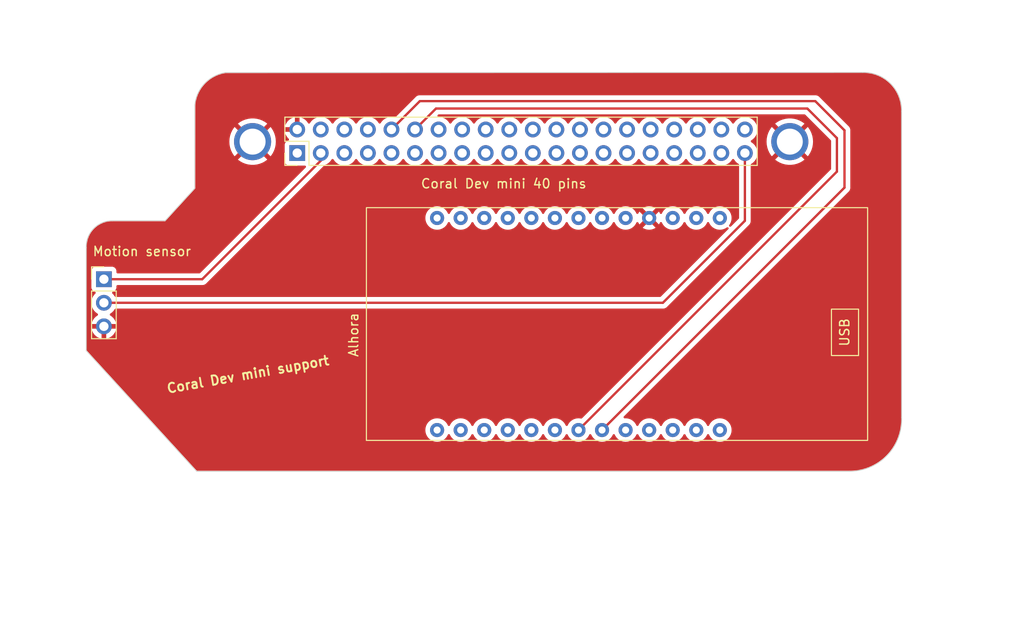
<source format=kicad_pcb>
(kicad_pcb (version 20221018) (generator pcbnew)
  (layers (0 "F.Cu" signal) (31 "B.Cu" signal) (34 "B.Paste" user) (35 "F.Paste" user) (36 "B.SilkS" user "B.Silkscreen") (37 "F.SilkS" user "F.Silkscreen") (38 "B.Mask" user) (39 "F.Mask" user) (44 "Edge.Cuts" user))
  (net 0 "")
  (net 1 "Out")
  (net 2 "+")
  (net 3 "GND")
  (net 4 "TX")
  (net 5 "RX")
  (footprint "Connector_PinHeader_2.54mm:PinHeader_2x20_P2.54mm_Vertical" (layer "F.Cu") (at 59.04 58 90)
    (fp_text reference "REF**" hide)
    (fp_text value "Coral Dev mini 40 pins" (at -3.3 22.26 180) (layer "F.SilkS"))
    (fp_line (start -1.33 -1.33) (end 0 -1.33) (stroke (width 0.12)) (layer "F.SilkS"))
    (fp_line (start -1.33 0) (end -1.33 -1.33) (stroke (width 0.12)) (layer "F.SilkS"))
    (fp_line (start -1.33 1.27) (end -1.33 49.59) (stroke (width 0.12)) (layer "F.SilkS"))
    (fp_line (start -1.33 1.27) (end 1.27 1.27) (stroke (width 0.12)) (layer "F.SilkS"))
    (fp_line (start -1.33 49.59) (end 3.87 49.59) (stroke (width 0.12)) (layer "F.SilkS"))
    (fp_line (start 1.27 -1.33) (end 3.87 -1.33) (stroke (width 0.12)) (layer "F.SilkS"))
    (fp_line (start 1.27 1.27) (end 1.27 -1.33) (stroke (width 0.12)) (layer "F.SilkS"))
    (fp_line (start 3.87 -1.33) (end 3.87 49.59) (stroke (width 0.12)) (layer "F.SilkS"))
    (pad "1" thru_hole rect (at 0 0 90) (size 1.7 1.7) (drill 1) (layers "*.Cu" "*.Mask"))
    (pad "2" thru_hole oval (at 2.54 0 90) (size 1.7 1.7) (drill 1) (layers "*.Cu" "*.Mask") (net 3 "GND"))
    (pad "3" thru_hole oval (at 0 2.54 90) (size 1.7 1.7) (drill 1) (layers "*.Cu" "*.Mask") (net 1 "Out"))
    (pad "4" thru_hole oval (at 2.54 2.54 90) (size 1.7 1.7) (drill 1) (layers "*.Cu" "*.Mask"))
    (pad "5" thru_hole oval (at 0 5.08 90) (size 1.7 1.7) (drill 1) (layers "*.Cu" "*.Mask"))
    (pad "6" thru_hole oval (at 2.54 5.08 90) (size 1.7 1.7) (drill 1) (layers "*.Cu" "*.Mask"))
    (pad "7" thru_hole oval (at 0 7.62 90) (size 1.7 1.7) (drill 1) (layers "*.Cu" "*.Mask"))
    (pad "8" thru_hole oval (at 2.54 7.62 90) (size 1.7 1.7) (drill 1) (layers "*.Cu" "*.Mask"))
    (pad "9" thru_hole oval (at 0 10.16 90) (size 1.7 1.7) (drill 1) (layers "*.Cu" "*.Mask"))
    (pad "10" thru_hole oval (at 2.54 10.16 90) (size 1.7 1.7) (drill 1) (layers "*.Cu" "*.Mask") (net 5 "RX"))
    (pad "11" thru_hole oval (at 0 12.7 90) (size 1.7 1.7) (drill 1) (layers "*.Cu" "*.Mask"))
    (pad "12" thru_hole oval (at 2.54 12.7 90) (size 1.7 1.7) (drill 1) (layers "*.Cu" "*.Mask") (net 4 "TX"))
    (pad "13" thru_hole oval (at 0 15.24 90) (size 1.7 1.7) (drill 1) (layers "*.Cu" "*.Mask"))
    (pad "14" thru_hole oval (at 2.54 15.24 90) (size 1.7 1.7) (drill 1) (layers "*.Cu" "*.Mask"))
    (pad "15" thru_hole oval (at 0 17.78 90) (size 1.7 1.7) (drill 1) (layers "*.Cu" "*.Mask"))
    (pad "16" thru_hole oval (at 2.54 17.78 90) (size 1.7 1.7) (drill 1) (layers "*.Cu" "*.Mask"))
    (pad "17" thru_hole oval (at 0 20.32 90) (size 1.7 1.7) (drill 1) (layers "*.Cu" "*.Mask"))
    (pad "18" thru_hole oval (at 2.54 20.32 90) (size 1.7 1.7) (drill 1) (layers "*.Cu" "*.Mask"))
    (pad "19" thru_hole oval (at 0 22.86 90) (size 1.7 1.7) (drill 1) (layers "*.Cu" "*.Mask"))
    (pad "20" thru_hole oval (at 2.54 22.86 90) (size 1.7 1.7) (drill 1) (layers "*.Cu" "*.Mask"))
    (pad "21" thru_hole oval (at 0 25.4 90) (size 1.7 1.7) (drill 1) (layers "*.Cu" "*.Mask"))
    (pad "22" thru_hole oval (at 2.54 25.4 90) (size 1.7 1.7) (drill 1) (layers "*.Cu" "*.Mask"))
    (pad "23" thru_hole oval (at 0 27.94 90) (size 1.7 1.7) (drill 1) (layers "*.Cu" "*.Mask"))
    (pad "24" thru_hole oval (at 2.54 27.94 90) (size 1.7 1.7) (drill 1) (layers "*.Cu" "*.Mask"))
    (pad "25" thru_hole oval (at 0 30.48 90) (size 1.7 1.7) (drill 1) (layers "*.Cu" "*.Mask"))
    (pad "26" thru_hole oval (at 2.54 30.48 90) (size 1.7 1.7) (drill 1) (layers "*.Cu" "*.Mask"))
    (pad "27" thru_hole oval (at 0 33.02 90) (size 1.7 1.7) (drill 1) (layers "*.Cu" "*.Mask"))
    (pad "28" thru_hole oval (at 2.54 33.02 90) (size 1.7 1.7) (drill 1) (layers "*.Cu" "*.Mask"))
    (pad "29" thru_hole oval (at 0 35.56 90) (size 1.7 1.7) (drill 1) (layers "*.Cu" "*.Mask"))
    (pad "30" thru_hole oval (at 2.54 35.56 90) (size 1.7 1.7) (drill 1) (layers "*.Cu" "*.Mask"))
    (pad "31" thru_hole oval (at 0 38.1 90) (size 1.7 1.7) (drill 1) (layers "*.Cu" "*.Mask"))
    (pad "32" thru_hole oval (at 2.54 38.1 90) (size 1.7 1.7) (drill 1) (layers "*.Cu" "*.Mask"))
    (pad "33" thru_hole oval (at 0 40.64 90) (size 1.7 1.7) (drill 1) (layers "*.Cu" "*.Mask"))
    (pad "34" thru_hole oval (at 2.54 40.64 90) (size 1.7 1.7) (drill 1) (layers "*.Cu" "*.Mask"))
    (pad "35" thru_hole oval (at 0 43.18 90) (size 1.7 1.7) (drill 1) (layers "*.Cu" "*.Mask"))
    (pad "36" thru_hole oval (at 2.54 43.18 90) (size 1.7 1.7) (drill 1) (layers "*.Cu" "*.Mask"))
    (pad "37" thru_hole oval (at 0 45.72 90) (size 1.7 1.7) (drill 1) (layers "*.Cu" "*.Mask"))
    (pad "38" thru_hole oval (at 2.54 45.72 90) (size 1.7 1.7) (drill 1) (layers "*.Cu" "*.Mask"))
    (pad "39" thru_hole oval (at 0 48.26 90) (size 1.7 1.7) (drill 1) (layers "*.Cu" "*.Mask") (net 2 "+"))
    (pad "40" thru_hole oval (at 2.54 48.26 90) (size 1.7 1.7) (drill 1) (layers "*.Cu" "*.Mask"))
  )
  (footprint "PNAlib:MountingHole_2-5mm" (layer "F.Cu") (at 54.212 56.769)
    (fp_text reference "REF**" hide)
    (fp_text value "M2.5" hide)
    (pad "1" thru_hole circle (at 0.017 0) (size 4 4) (drill 2.8) (layers "*.Cu" "*.Mask") (net 3 "GND") (clearance 1.35))
  )
  (footprint "PNAlib:MountingHole_2-5mm" (layer "F.Cu") (at 112.141 56.769)
    (fp_text reference "REF**" hide)
    (fp_text value "M2.5" hide)
    (pad "1" thru_hole circle (at 0 0) (size 4 4) (drill 2.8) (layers "*.Cu" "*.Mask") (net 3 "GND") (clearance 1.35))
  )
  (footprint "Connector_PinHeader_2.54mm:PinHeader_1x03_P2.54mm_Vertical" (layer "F.Cu") (at 38.2 71.6)
    (fp_text reference "Motion sensor" (at 4.1 -3) (layer "F.SilkS"))
    (fp_text value "PinHeader_1x03_P2.54mm_Vertical" hide)
    (fp_line (start -1.33 -1.33) (end 0 -1.33) (stroke (width 0.12)) (layer "F.SilkS"))
    (fp_line (start -1.33 0) (end -1.33 -1.33) (stroke (width 0.12)) (layer "F.SilkS"))
    (fp_line (start -1.33 1.27) (end -1.33 6.41) (stroke (width 0.12)) (layer "F.SilkS"))
    (fp_line (start -1.33 1.27) (end 1.33 1.27) (stroke (width 0.12)) (layer "F.SilkS"))
    (fp_line (start -1.33 6.41) (end 1.33 6.41) (stroke (width 0.12)) (layer "F.SilkS"))
    (fp_line (start 1.33 1.27) (end 1.33 6.41) (stroke (width 0.12)) (layer "F.SilkS"))
    (pad "1" thru_hole rect (at 0 0) (size 1.7 1.7) (drill 1) (layers "*.Cu" "*.Mask") (net 1 "Out"))
    (pad "2" thru_hole oval (at 0 2.54) (size 1.7 1.7) (drill 1) (layers "*.Cu" "*.Mask") (net 2 "+"))
    (pad "3" thru_hole oval (at 0 5.08) (size 1.7 1.7) (drill 1) (layers "*.Cu" "*.Mask") (net 3 "GND"))
  )
  (footprint "PNAlib:TTGO-T-Display" (layer "F.Cu") (at 69.802 77.827 90)
    (fp_text reference "Alhora" (at 0.227 -4.682 90 unlocked) (layer "F.SilkS"))
    (fp_text value "TTGO-T-Display" hide)
    (fp_text user "USB" (at 0.5 48.25 90 unlocked) (layer "F.SilkS"))
    (fp_rect (start -11.148 -3.302) (end 13.942 50.728) (stroke (width 0.12)) (fill none) (layer "F.SilkS"))
    (fp_rect (start -2 49.75) (end 3 46.829) (stroke (width 0.12)) (fill none) (layer "F.SilkS"))
    (pad "0" thru_hole circle (at 12.827 34.798 90) (size 1.524 1.524) (drill 0.762) (layers "*.Cu" "*.Mask"))
    (pad "1" thru_hole circle (at 12.827 32.258 90) (size 1.524 1.524) (drill 0.762) (layers "*.Cu" "*.Mask"))
    (pad "2" thru_hole circle (at 12.827 29.718 90) (size 1.524 1.524) (drill 0.762) (layers "*.Cu" "*.Mask"))
    (pad "4" thru_hole circle (at 12.827 24.638 90) (size 1.524 1.524) (drill 0.762) (layers "*.Cu" "*.Mask"))
    (pad "5" thru_hole circle (at 12.827 22.098 90) (size 1.524 1.524) (drill 0.762) (layers "*.Cu" "*.Mask"))
    (pad "6" thru_hole circle (at 12.827 19.558 90) (size 1.524 1.524) (drill 0.762) (layers "*.Cu" "*.Mask"))
    (pad "7" thru_hole circle (at 12.827 17.018 90) (size 1.524 1.524) (drill 0.762) (layers "*.Cu" "*.Mask"))
    (pad "8" thru_hole circle (at 12.827 14.478 90) (size 1.524 1.524) (drill 0.762) (layers "*.Cu" "*.Mask"))
    (pad "9" thru_hole circle (at 12.827 11.938 90) (size 1.524 1.524) (drill 0.762) (layers "*.Cu" "*.Mask"))
    (pad "10" thru_hole circle (at 12.827 9.398 90) (size 1.524 1.524) (drill 0.762) (layers "*.Cu" "*.Mask"))
    (pad "11" thru_hole circle (at 12.827 6.858 90) (size 1.524 1.524) (drill 0.762) (layers "*.Cu" "*.Mask"))
    (pad "12" thru_hole circle (at 12.827 4.318 90) (size 1.524 1.524) (drill 0.762) (layers "*.Cu" "*.Mask"))
    (pad "13" thru_hole circle (at -10.033 32.258 90) (size 1.524 1.524) (drill 0.762) (layers "*.Cu" "*.Mask"))
    (pad "13" thru_hole circle (at -10.033 34.798 90) (size 1.524 1.524) (drill 0.762) (layers "*.Cu" "*.Mask"))
    (pad "14" thru_hole circle (at -10.033 29.718 90) (size 1.524 1.524) (drill 0.762) (layers "*.Cu" "*.Mask"))
    (pad "15" thru_hole circle (at -10.033 27.178 90) (size 1.524 1.524) (drill 0.762) (layers "*.Cu" "*.Mask"))
    (pad "16" thru_hole circle (at -10.033 24.638 90) (size 1.524 1.524) (drill 0.762) (layers "*.Cu" "*.Mask"))
    (pad "19" thru_hole circle (at -10.033 17.018 90) (size 1.524 1.524) (drill 0.762) (layers "*.Cu" "*.Mask"))
    (pad "20" thru_hole circle (at -10.033 14.478 90) (size 1.524 1.524) (drill 0.762) (layers "*.Cu" "*.Mask"))
    (pad "21" thru_hole circle (at -10.033 11.938 90) (size 1.524 1.524) (drill 0.762) (layers "*.Cu" "*.Mask"))
    (pad "22" thru_hole circle (at -10.033 9.398 90) (size 1.524 1.524) (drill 0.762) (layers "*.Cu" "*.Mask"))
    (pad "23" thru_hole circle (at -10.033 6.858 90) (size 1.524 1.524) (drill 0.762) (layers "*.Cu" "*.Mask"))
    (pad "24" thru_hole circle (at -10.033 4.318 90) (size 1.524 1.524) (drill 0.762) (layers "*.Cu" "*.Mask"))
    (pad "GND" thru_hole circle (at 12.827 27.178 90) (size 1.524 1.524) (drill 0.762) (layers "*.Cu" "*.Mask") (net 3 "GND"))
    (pad "RX" thru_hole circle (at -10.033 22.098 90) (size 1.524 1.524) (drill 0.762) (layers "*.Cu" "*.Mask") (net 5 "RX"))
    (pad "TX" thru_hole circle (at -10.033 19.558 90) (size 1.524 1.524) (drill 0.762) (layers "*.Cu" "*.Mask") (net 4 "TX"))
  )
  (gr_line (start 44.8 65.3) (end 47.999999 61.8) (stroke (width 0.1)) (layer "Edge.Cuts"))
  (gr_line (start 39.1 65.298215) (end 44.8 65.3) (stroke (width 0.1)) (layer "Edge.Cuts"))
  (gr_line (start 36.3 68.2) (end 36.3 79.3) (stroke (width 0.1)) (layer "Edge.Cuts"))
  (gr_arc (start 48.005268 52.800543) (mid 49.063785 50.501039) (end 51.308 49.329853) (stroke (width 0.1)) (layer "Edge.Cuts"))
  (gr_line (start 124.196446 86.500518) (end 124.19029 53.499763) (stroke (width 0.1)) (layer "Edge.Cuts"))
  (gr_line (start 118.6 92.3) (end 48.2 92.3) (stroke (width 0.1)) (layer "Edge.Cuts"))
  (gr_line (start 48.005268 52.800543) (end 47.999999 61.8) (stroke (width 0.1)) (layer "Edge.Cuts"))
  (gr_arc (start 120 49.309716) (mid 122.993048 50.506784) (end 124.19029 53.499763) (stroke (width 0.1)) (layer "Edge.Cuts"))
  (gr_line (start 36.3 79.3) (end 48.2 92.3) (stroke (width 0.1)) (layer "Edge.Cuts"))
  (gr_arc (start 36.3 68.2) (mid 37.083793 66.154515) (end 39.1 65.298215) (stroke (width 0.1)) (layer "Edge.Cuts"))
  (gr_arc (start 124.196446 86.500518) (mid 122.629708 90.588631) (end 118.6 92.3) (stroke (width 0.1)) (layer "Edge.Cuts"))
  (gr_line (start 51.308 49.329853) (end 120 49.309716) (stroke (width 0.1)) (layer "Edge.Cuts"))
  (gr_text "Coral Dev mini support" (at 45 84 10) (layer "F.SilkS") (effects (font (size 1 1) (thickness 0.2) bold) (justify left bottom)))
  (segment (start 61.58 58.82) (end 61.58 58) (width 0.25) (layer "F.Cu") (net 1))
  (segment (start 48.8 71.6) (end 61.58 58.82) (width 0.25) (layer "F.Cu") (net 1))
  (segment (start 38.2 71.6) (end 48.8 71.6) (width 0.25) (layer "F.Cu") (net 1))
  (segment (start 98.46 74.14) (end 107.3 65.3) (width 0.25) (layer "F.Cu") (net 2))
  (segment (start 107.3 65.3) (end 107.3 58) (width 0.25) (layer "F.Cu") (net 2))
  (segment (start 38.2 74.14) (end 98.46 74.14) (width 0.25) (layer "F.Cu") (net 2))
  (segment (start 114.033 53.2) (end 117.221 56.388) (width 0.25) (layer "F.Cu") (net 4))
  (segment (start 117.221 56.388) (end 117.221 59.999) (width 0.25) (layer "F.Cu") (net 4))
  (segment (start 117.221 59.999) (end 89.36 87.86) (width 0.25) (layer "F.Cu") (net 4))
  (segment (start 71.74 55.46) (end 74 53.2) (width 0.25) (layer "F.Cu") (net 4))
  (segment (start 74 53.2) (end 114.033 53.2) (width 0.25) (layer "F.Cu") (net 4))
  (segment (start 72.26 52.4) (end 114.884 52.4) (width 0.25) (layer "F.Cu") (net 5))
  (segment (start 114.884 52.4) (end 118.038 55.554) (width 0.25) (layer "F.Cu") (net 5))
  (segment (start 118.038 55.554) (end 118.038 61.722) (width 0.25) (layer "F.Cu") (net 5))
  (segment (start 69.2 55.46) (end 72.26 52.4) (width 0.25) (layer "F.Cu") (net 5))
  (segment (start 118.038 61.722) (end 91.9 87.86) (width 0.25) (layer "F.Cu") (net 5))
  (zone (net 3) (net_name "GND") (layer "F.Cu") (connect_pads (clearance 0.5)) (min_thickness 0.25) (fill yes (thermal_gap 0.5) (thermal_bridge_width 0.5))
    (polygon (pts (xy 27 41.5) (xy 137.1 41.6) (xy 137.4 110.2) (xy 27.9 110.4) (xy 27.4 41.5)))
  )
)
</source>
